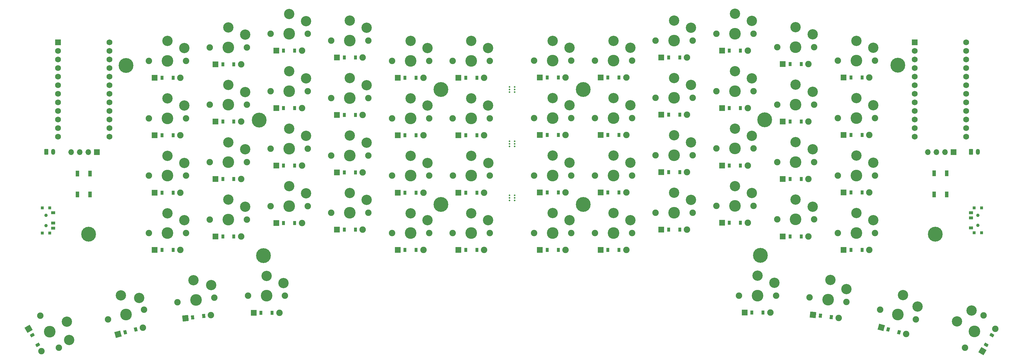
<source format=gbr>
%TF.GenerationSoftware,KiCad,Pcbnew,7.0.10*%
%TF.CreationDate,2024-02-10T22:50:59-05:00*%
%TF.ProjectId,blahajergo,626c6168-616a-4657-9267-6f2e6b696361,rev?*%
%TF.SameCoordinates,Original*%
%TF.FileFunction,Soldermask,Top*%
%TF.FilePolarity,Negative*%
%FSLAX46Y46*%
G04 Gerber Fmt 4.6, Leading zero omitted, Abs format (unit mm)*
G04 Created by KiCad (PCBNEW 7.0.10) date 2024-02-10 22:50:59*
%MOMM*%
%LPD*%
G01*
G04 APERTURE LIST*
G04 Aperture macros list*
%AMRoundRect*
0 Rectangle with rounded corners*
0 $1 Rounding radius*
0 $2 $3 $4 $5 $6 $7 $8 $9 X,Y pos of 4 corners*
0 Add a 4 corners polygon primitive as box body*
4,1,4,$2,$3,$4,$5,$6,$7,$8,$9,$2,$3,0*
0 Add four circle primitives for the rounded corners*
1,1,$1+$1,$2,$3*
1,1,$1+$1,$4,$5*
1,1,$1+$1,$6,$7*
1,1,$1+$1,$8,$9*
0 Add four rect primitives between the rounded corners*
20,1,$1+$1,$2,$3,$4,$5,0*
20,1,$1+$1,$4,$5,$6,$7,0*
20,1,$1+$1,$6,$7,$8,$9,0*
20,1,$1+$1,$8,$9,$2,$3,0*%
%AMRotRect*
0 Rectangle, with rotation*
0 The origin of the aperture is its center*
0 $1 length*
0 $2 width*
0 $3 Rotation angle, in degrees counterclockwise*
0 Add horizontal line*
21,1,$1,$2,0,0,$3*%
G04 Aperture macros list end*
%ADD10C,1.900000*%
%ADD11C,3.050000*%
%ADD12C,3.450000*%
%ADD13R,1.778000X1.778000*%
%ADD14R,0.900000X1.200000*%
%ADD15C,1.905000*%
%ADD16RoundRect,0.250000X-0.350000X-0.625000X0.350000X-0.625000X0.350000X0.625000X-0.350000X0.625000X0*%
%ADD17O,1.200000X1.750000*%
%ADD18R,1.700000X1.700000*%
%ADD19O,1.700000X1.700000*%
%ADD20R,1.752600X1.752600*%
%ADD21C,1.752600*%
%ADD22R,0.900000X0.900000*%
%ADD23C,1.000000*%
%ADD24R,1.250000X0.900000*%
%ADD25R,1.100000X1.800000*%
%ADD26RotRect,1.778000X1.778000X7.000000*%
%ADD27RotRect,0.900000X1.200000X7.000000*%
%ADD28RotRect,1.778000X1.778000X15.000000*%
%ADD29RotRect,0.900000X1.200000X15.000000*%
%ADD30RotRect,1.778000X1.778000X353.000000*%
%ADD31RotRect,0.900000X1.200000X353.000000*%
%ADD32C,0.700000*%
%ADD33C,4.400000*%
%ADD34C,0.500000*%
%ADD35RotRect,1.778000X1.778000X60.000000*%
%ADD36RotRect,0.900000X1.200000X60.000000*%
%ADD37RotRect,1.778000X1.778000X345.000000*%
%ADD38RotRect,0.900000X1.200000X345.000000*%
%ADD39RotRect,1.778000X1.778000X300.000000*%
%ADD40RotRect,0.900000X1.200000X300.000000*%
G04 APERTURE END LIST*
D10*
%TO.C,S47*%
X125153105Y-104686896D03*
D11*
X130653105Y-98786896D03*
D12*
X130653105Y-104686896D03*
D11*
X135653105Y-100886896D03*
D10*
X136153105Y-104686896D03*
%TD*%
D13*
%TO.C,D29*%
X198843105Y-113686896D03*
D14*
X201003105Y-113686896D03*
X204303105Y-113686896D03*
D15*
X206463105Y-113686896D03*
%TD*%
D13*
%TO.C,D8*%
X240946647Y-164643310D03*
D14*
X243106647Y-164643310D03*
X246406647Y-164643310D03*
D15*
X248566647Y-164643310D03*
%TD*%
D13*
%TO.C,D37*%
X162843105Y-107686896D03*
D14*
X165003105Y-107686896D03*
X168303105Y-107686896D03*
D15*
X170463105Y-107686896D03*
%TD*%
D13*
%TO.C,D45*%
X144843105Y-156686896D03*
D14*
X147003105Y-156686896D03*
X150303105Y-156686896D03*
D15*
X152463105Y-156686896D03*
%TD*%
D16*
%TO.C,J3*%
X76709532Y-135631213D03*
D17*
X78709532Y-135631213D03*
%TD*%
D10*
%TO.C,S31*%
X197159532Y-142681213D03*
D11*
X202659532Y-136781213D03*
D12*
X202659532Y-142681213D03*
D11*
X207659532Y-138881213D03*
D10*
X208159532Y-142681213D03*
%TD*%
%TO.C,S43*%
X143153105Y-117686896D03*
D11*
X148653105Y-111786896D03*
D12*
X148653105Y-117686896D03*
D11*
X153653105Y-113886896D03*
D10*
X154153105Y-117686896D03*
%TD*%
%TO.C,S1*%
X221256647Y-108643310D03*
D11*
X226756647Y-102743310D03*
D12*
X226756647Y-108643310D03*
D11*
X231756647Y-104843310D03*
D10*
X232256647Y-108643310D03*
%TD*%
%TO.C,S34*%
X179153105Y-125686896D03*
D11*
X184653105Y-119786896D03*
D12*
X184653105Y-125686896D03*
D11*
X189653105Y-121886896D03*
D10*
X190153105Y-125686896D03*
%TD*%
D13*
%TO.C,D1*%
X222946647Y-113643310D03*
D14*
X225106647Y-113643310D03*
X228406647Y-113643310D03*
D15*
X230566647Y-113643310D03*
%TD*%
D10*
%TO.C,S30*%
X197147050Y-125673862D03*
D11*
X202647050Y-119773862D03*
D12*
X202647050Y-125673862D03*
D11*
X207647050Y-121873862D03*
D10*
X208147050Y-125673862D03*
%TD*%
%TO.C,S42*%
X143153105Y-100686896D03*
D11*
X148653105Y-94786896D03*
D12*
X148653105Y-100686896D03*
D11*
X153653105Y-96886896D03*
D10*
X154153105Y-100686896D03*
%TD*%
D13*
%TO.C,D30*%
X198843105Y-130686896D03*
D14*
X201003105Y-130686896D03*
X204303105Y-130686896D03*
D15*
X206463105Y-130686896D03*
%TD*%
D18*
%TO.C,J4*%
X91678282Y-135719930D03*
D19*
X89138282Y-135719930D03*
X86598282Y-135719930D03*
X84058282Y-135719930D03*
%TD*%
D10*
%TO.C,S38*%
X161153105Y-119686896D03*
D11*
X166653105Y-113786896D03*
D12*
X166653105Y-119686896D03*
D11*
X171653105Y-115886896D03*
D10*
X172153105Y-119686896D03*
%TD*%
%TO.C,S39*%
X161153105Y-136686896D03*
D11*
X166653105Y-130786896D03*
D12*
X166653105Y-136686896D03*
D11*
X171653105Y-132886896D03*
D10*
X172153105Y-136686896D03*
%TD*%
D13*
%TO.C,D41*%
X138147760Y-183250322D03*
D14*
X140307760Y-183250322D03*
X143607760Y-183250322D03*
D15*
X145767760Y-183250322D03*
%TD*%
D10*
%TO.C,S46*%
X115615151Y-180122850D03*
D11*
X120355126Y-173596547D03*
D12*
X121074155Y-179452569D03*
D11*
X125573782Y-175071547D03*
D10*
X126533159Y-178782288D03*
%TD*%
%TO.C,S28*%
X348946561Y-193582853D03*
D11*
X346587011Y-185869713D03*
D12*
X351696561Y-188819713D03*
D11*
X350905664Y-182589586D03*
D10*
X354446561Y-184056573D03*
%TD*%
%TO.C,S33*%
X179153105Y-108686896D03*
D11*
X184653105Y-102786896D03*
D12*
X184653105Y-108686896D03*
D11*
X189653105Y-104886896D03*
D10*
X190153105Y-108686896D03*
%TD*%
D13*
%TO.C,D31*%
X198843105Y-147686896D03*
D14*
X201003105Y-147686896D03*
X204303105Y-147686896D03*
D15*
X206463105Y-147686896D03*
%TD*%
D10*
%TO.C,S22*%
X293256647Y-155643310D03*
D11*
X298756647Y-149743310D03*
D12*
X298756647Y-155643310D03*
D11*
X303756647Y-151843310D03*
D10*
X304256647Y-155643310D03*
%TD*%
%TO.C,S10*%
X257256647Y-119643310D03*
D11*
X262756647Y-113743310D03*
D12*
X262756647Y-119643310D03*
D11*
X267756647Y-115843310D03*
D10*
X268256647Y-119643310D03*
%TD*%
%TO.C,S23*%
X323744979Y-182348823D03*
D11*
X330584603Y-178073366D03*
D12*
X329057571Y-183772328D03*
D11*
X334870713Y-181395905D03*
D10*
X334370163Y-185195833D03*
%TD*%
%TO.C,S35*%
X179153105Y-142686896D03*
D11*
X184653105Y-136786896D03*
D12*
X184653105Y-142686896D03*
D11*
X189653105Y-138886896D03*
D10*
X190153105Y-142686896D03*
%TD*%
%TO.C,S15*%
X275256647Y-117643310D03*
D11*
X280756647Y-111743310D03*
D12*
X280756647Y-117643310D03*
D11*
X285756647Y-113843310D03*
D10*
X286256647Y-117643310D03*
%TD*%
D13*
%TO.C,D54*%
X108843105Y-147686896D03*
D14*
X111003105Y-147686896D03*
X114303105Y-147686896D03*
D15*
X116463105Y-147686896D03*
%TD*%
D13*
%TO.C,D17*%
X276946647Y-156643310D03*
D14*
X279106647Y-156643310D03*
X282406647Y-156643310D03*
D15*
X284566647Y-156643310D03*
%TD*%
D16*
%TO.C,J2*%
X350706647Y-135593310D03*
D17*
X352706647Y-135593310D03*
%TD*%
D10*
%TO.C,S2*%
X221256647Y-125643310D03*
D11*
X226756647Y-119743310D03*
D12*
X226756647Y-125643310D03*
D11*
X231756647Y-121843310D03*
D10*
X232256647Y-125643310D03*
%TD*%
D20*
%TO.C,U2*%
X80163282Y-103207964D03*
D21*
X80163282Y-105747964D03*
X80163282Y-108287964D03*
X80163282Y-110827964D03*
X80163282Y-113367964D03*
X80163282Y-115907964D03*
X80163282Y-118447964D03*
X80163282Y-120987964D03*
X80163282Y-123527964D03*
X80163282Y-126067964D03*
X80163282Y-128607964D03*
X80163282Y-131147964D03*
X95403282Y-131147964D03*
X95403282Y-128607964D03*
X95403282Y-126067964D03*
X95403282Y-123527964D03*
X95403282Y-120987964D03*
X95403282Y-118447964D03*
X95403282Y-115907964D03*
X95403282Y-113367964D03*
X95403282Y-110827964D03*
X95403282Y-108287964D03*
X95403282Y-105747964D03*
X95403282Y-103207964D03*
%TD*%
D13*
%TO.C,D4*%
X222946647Y-164643310D03*
D14*
X225106647Y-164643310D03*
X228406647Y-164643310D03*
D15*
X230566647Y-164643310D03*
%TD*%
D10*
%TO.C,S37*%
X161153105Y-102686896D03*
D11*
X166653105Y-96786896D03*
D12*
X166653105Y-102686896D03*
D11*
X171653105Y-98886896D03*
D10*
X172153105Y-102686896D03*
%TD*%
%TO.C,S29*%
X197153105Y-108686896D03*
D11*
X202653105Y-102786896D03*
D12*
X202653105Y-108686896D03*
D11*
X207653105Y-104886896D03*
D10*
X208153105Y-108686896D03*
%TD*%
D13*
%TO.C,D25*%
X312946647Y-130643310D03*
D14*
X315106647Y-130643310D03*
X318406647Y-130643310D03*
D15*
X320566647Y-130643310D03*
%TD*%
D22*
%TO.C,SW4*%
X75553105Y-159636896D03*
X77753105Y-159636896D03*
D23*
X76653105Y-157436896D03*
X76653105Y-154436896D03*
D22*
X75553105Y-152236896D03*
X77753105Y-152236896D03*
D24*
X78728105Y-153686896D03*
X78728105Y-156686896D03*
X78728105Y-158186896D03*
%TD*%
D13*
%TO.C,D19*%
X294946647Y-109643310D03*
D14*
X297106647Y-109643310D03*
X300406647Y-109643310D03*
D15*
X302566647Y-109643310D03*
%TD*%
D10*
%TO.C,S44*%
X143153105Y-134686896D03*
D11*
X148653105Y-128786896D03*
D12*
X148653105Y-134686896D03*
D11*
X153653105Y-130886896D03*
D10*
X154153105Y-134686896D03*
%TD*%
D25*
%TO.C,SW3*%
X85933282Y-148244930D03*
X85933282Y-142044930D03*
X89633282Y-148244930D03*
X89633282Y-142044930D03*
%TD*%
D26*
%TO.C,D46*%
X117939533Y-184879622D03*
D27*
X120083433Y-184616384D03*
X123358835Y-184214216D03*
D15*
X125502735Y-183950978D03*
%TD*%
D28*
%TO.C,D51*%
X97966100Y-189631644D03*
D29*
X100052499Y-189072594D03*
X103240055Y-188218492D03*
D15*
X105326454Y-187659442D03*
%TD*%
D10*
%TO.C,S24*%
X311256647Y-108643310D03*
D11*
X316756647Y-102743310D03*
D12*
X316756647Y-108643310D03*
D11*
X321756647Y-104843310D03*
D10*
X322256647Y-108643310D03*
%TD*%
D13*
%TO.C,D9*%
X258946647Y-107643310D03*
D14*
X261106647Y-107643310D03*
X264406647Y-107643310D03*
D15*
X266566647Y-107643310D03*
%TD*%
D10*
%TO.C,S49*%
X125153105Y-138686896D03*
D11*
X130653105Y-132786896D03*
D12*
X130653105Y-138686896D03*
D11*
X135653105Y-134886896D03*
D10*
X136153105Y-138686896D03*
%TD*%
%TO.C,S25*%
X311256647Y-125643310D03*
D11*
X316756647Y-119743310D03*
D12*
X316756647Y-125643310D03*
D11*
X321756647Y-121843310D03*
D10*
X322256647Y-125643310D03*
%TD*%
D30*
%TO.C,D18*%
X303907017Y-183907392D03*
D31*
X306050917Y-184170630D03*
X309326319Y-184572798D03*
D15*
X311470219Y-184836036D03*
%TD*%
D13*
%TO.C,D36*%
X180843105Y-164686896D03*
D14*
X183003105Y-164686896D03*
X186303105Y-164686896D03*
D15*
X188463105Y-164686896D03*
%TD*%
D10*
%TO.C,S48*%
X125153105Y-121686896D03*
D11*
X130653105Y-115786896D03*
D12*
X130653105Y-121686896D03*
D11*
X135653105Y-117886896D03*
D10*
X136153105Y-121686896D03*
%TD*%
D13*
%TO.C,D50*%
X126843105Y-160686896D03*
D14*
X129003105Y-160686896D03*
X132303105Y-160686896D03*
D15*
X134463105Y-160686896D03*
%TD*%
D10*
%TO.C,S8*%
X239256647Y-159643310D03*
D11*
X244756647Y-153743310D03*
D12*
X244756647Y-159643310D03*
D11*
X249756647Y-155843310D03*
D10*
X250256647Y-159643310D03*
%TD*%
D13*
%TO.C,D52*%
X108843105Y-113686896D03*
D14*
X111003105Y-113686896D03*
X114303105Y-113686896D03*
D15*
X116463105Y-113686896D03*
%TD*%
D13*
%TO.C,D39*%
X162843105Y-141686896D03*
D14*
X165003105Y-141686896D03*
X168303105Y-141686896D03*
D15*
X170463105Y-141686896D03*
%TD*%
D13*
%TO.C,D33*%
X180843105Y-113686896D03*
D14*
X183003105Y-113686896D03*
X186303105Y-113686896D03*
D15*
X188463105Y-113686896D03*
%TD*%
D10*
%TO.C,S53*%
X107153105Y-125686896D03*
D11*
X112653105Y-119786896D03*
D12*
X112653105Y-125686896D03*
D11*
X117653105Y-121886896D03*
D10*
X118153105Y-125686896D03*
%TD*%
D13*
%TO.C,D53*%
X108843105Y-130686896D03*
D14*
X111003105Y-130686896D03*
X114303105Y-130686896D03*
D15*
X116463105Y-130686896D03*
%TD*%
D10*
%TO.C,S51*%
X95039589Y-185239419D03*
D11*
X98825149Y-178116952D03*
D12*
X100352181Y-183815914D03*
D11*
X104198298Y-178851301D03*
D10*
X105664773Y-182392409D03*
%TD*%
%TO.C,S55*%
X107153105Y-159686896D03*
D11*
X112653105Y-153786896D03*
D12*
X112653105Y-159686896D03*
D11*
X117653105Y-155886896D03*
D10*
X118153105Y-159686896D03*
%TD*%
D13*
%TO.C,D24*%
X312946647Y-113643310D03*
D14*
X315106647Y-113643310D03*
X318406647Y-113643310D03*
D15*
X320566647Y-113643310D03*
%TD*%
D10*
%TO.C,S11*%
X257256647Y-136643310D03*
D11*
X262756647Y-130743310D03*
D12*
X262756647Y-136643310D03*
D11*
X267756647Y-132843310D03*
D10*
X268256647Y-136643310D03*
%TD*%
D13*
%TO.C,D48*%
X126843105Y-126686896D03*
D14*
X129003105Y-126686896D03*
X132303105Y-126686896D03*
D15*
X134463105Y-126686896D03*
%TD*%
D13*
%TO.C,D34*%
X180843105Y-130686896D03*
D14*
X183003105Y-130686896D03*
X186303105Y-130686896D03*
D15*
X188463105Y-130686896D03*
%TD*%
D13*
%TO.C,D43*%
X144843105Y-122686896D03*
D14*
X147003105Y-122686896D03*
X150303105Y-122686896D03*
D15*
X152463105Y-122686896D03*
%TD*%
D18*
%TO.C,J1*%
X345521470Y-135676344D03*
D19*
X342981470Y-135676344D03*
X340441470Y-135676344D03*
X337901470Y-135676344D03*
%TD*%
D10*
%TO.C,S16*%
X275256647Y-134643310D03*
D11*
X280756647Y-128743310D03*
D12*
X280756647Y-134643310D03*
D11*
X285756647Y-130843310D03*
D10*
X286256647Y-134643310D03*
%TD*%
D32*
%TO.C,_6*%
X338481647Y-159968310D03*
X338964921Y-158801584D03*
X338964921Y-161135036D03*
X340131647Y-158318310D03*
D33*
X340131647Y-159968310D03*
D32*
X340131647Y-161618310D03*
X341298373Y-158801584D03*
X341298373Y-161135036D03*
X341781647Y-159968310D03*
%TD*%
D13*
%TO.C,D47*%
X126843105Y-109686896D03*
D14*
X129003105Y-109686896D03*
X132303105Y-109686896D03*
D15*
X134463105Y-109686896D03*
%TD*%
D13*
%TO.C,D44*%
X144837050Y-139673862D03*
D14*
X146997050Y-139673862D03*
X150297050Y-139673862D03*
D15*
X152457050Y-139673862D03*
%TD*%
D13*
%TO.C,D27*%
X312946647Y-164643310D03*
D14*
X315106647Y-164643310D03*
X318406647Y-164643310D03*
D15*
X320566647Y-164643310D03*
%TD*%
D13*
%TO.C,D42*%
X144843105Y-105686896D03*
D14*
X147003105Y-105686896D03*
X150303105Y-105686896D03*
D15*
X152463105Y-105686896D03*
%TD*%
D13*
%TO.C,D7*%
X240946647Y-147643310D03*
D14*
X243106647Y-147643310D03*
X246406647Y-147643310D03*
D15*
X248566647Y-147643310D03*
%TD*%
D32*
%TO.C,_1*%
X234131647Y-151168310D03*
X234614921Y-150001584D03*
X234614921Y-152335036D03*
X235781647Y-149518310D03*
D33*
X235781647Y-151168310D03*
D32*
X235781647Y-152818310D03*
X236948373Y-150001584D03*
X236948373Y-152335036D03*
X237431647Y-151168310D03*
%TD*%
D10*
%TO.C,S21*%
X293256647Y-138643310D03*
D11*
X298756647Y-132743310D03*
D12*
X298756647Y-138643310D03*
D11*
X303756647Y-134843310D03*
D10*
X304256647Y-138643310D03*
%TD*%
D13*
%TO.C,D2*%
X222946647Y-130643310D03*
D14*
X225106647Y-130643310D03*
X228406647Y-130643310D03*
D15*
X230566647Y-130643310D03*
%TD*%
D13*
%TO.C,D16*%
X276946647Y-139643310D03*
D14*
X279106647Y-139643310D03*
X282406647Y-139643310D03*
D15*
X284566647Y-139643310D03*
%TD*%
D32*
%TO.C,_3*%
X287931647Y-126168310D03*
X288414921Y-125001584D03*
X288414921Y-127335036D03*
X289581647Y-124518310D03*
D33*
X289581647Y-126168310D03*
D32*
X289581647Y-127818310D03*
X290748373Y-125001584D03*
X290748373Y-127335036D03*
X291231647Y-126168310D03*
%TD*%
D10*
%TO.C,S5*%
X239256647Y-108643310D03*
D11*
X244756647Y-102743310D03*
D12*
X244756647Y-108643310D03*
D11*
X249756647Y-104843310D03*
D10*
X250256647Y-108643310D03*
%TD*%
D34*
%TO.C,mouse-bite-2mm-slot*%
X213956690Y-133993310D03*
X215456690Y-133993310D03*
X213956690Y-133243310D03*
X215456690Y-133243310D03*
X213956690Y-132493310D03*
X215456690Y-132493310D03*
%TD*%
D13*
%TO.C,D14*%
X276946647Y-105643310D03*
D14*
X279106647Y-105643310D03*
X282406647Y-105643310D03*
D15*
X284566647Y-105643310D03*
%TD*%
D22*
%TO.C,SW2*%
X353856647Y-152193310D03*
X351656647Y-152193310D03*
D23*
X352756647Y-154393310D03*
X352756647Y-157393310D03*
D22*
X353856647Y-159593310D03*
X351656647Y-159593310D03*
D24*
X350681647Y-158143310D03*
X350681647Y-155143310D03*
X350681647Y-153643310D03*
%TD*%
D13*
%TO.C,D15*%
X276946647Y-122643310D03*
D14*
X279106647Y-122643310D03*
X282406647Y-122643310D03*
D15*
X284566647Y-122643310D03*
%TD*%
D10*
%TO.C,S4*%
X221256647Y-159643310D03*
D11*
X226756647Y-153743310D03*
D12*
X226756647Y-159643310D03*
D11*
X231756647Y-155843310D03*
D10*
X232256647Y-159643310D03*
%TD*%
%TO.C,S50*%
X125153105Y-155686896D03*
D11*
X130653105Y-149786896D03*
D12*
X130653105Y-155686896D03*
D11*
X135653105Y-151886896D03*
D10*
X136153105Y-155686896D03*
%TD*%
%TO.C,S6*%
X239256647Y-125643310D03*
D11*
X244756647Y-119743310D03*
D12*
X244756647Y-125643310D03*
D11*
X249756647Y-121843310D03*
D10*
X250256647Y-125643310D03*
%TD*%
%TO.C,S20*%
X293256647Y-121643310D03*
D11*
X298756647Y-115743310D03*
D12*
X298756647Y-121643310D03*
D11*
X303756647Y-117843310D03*
D10*
X304256647Y-121643310D03*
%TD*%
%TO.C,S32*%
X197153105Y-159686896D03*
D11*
X202653105Y-153786896D03*
D12*
X202653105Y-159686896D03*
D11*
X207653105Y-155886896D03*
D10*
X208153105Y-159686896D03*
%TD*%
%TO.C,S26*%
X311256647Y-142643310D03*
D11*
X316756647Y-136743310D03*
D12*
X316756647Y-142643310D03*
D11*
X321756647Y-138843310D03*
D10*
X322256647Y-142643310D03*
%TD*%
D13*
%TO.C,D38*%
X162843105Y-124686896D03*
D14*
X165003105Y-124686896D03*
X168303105Y-124686896D03*
D15*
X170463105Y-124686896D03*
%TD*%
D35*
%TO.C,D28*%
X354121688Y-194619270D03*
D36*
X355201688Y-192748655D03*
X356851688Y-189890771D03*
D15*
X357931688Y-188020156D03*
%TD*%
D10*
%TO.C,S41*%
X136457760Y-178250322D03*
D11*
X141957760Y-172350322D03*
D12*
X141957760Y-178250322D03*
D11*
X146957760Y-174450322D03*
D10*
X147457760Y-178250322D03*
%TD*%
D13*
%TO.C,D32*%
X198843105Y-164686896D03*
D14*
X201003105Y-164686896D03*
X204303105Y-164686896D03*
D15*
X206463105Y-164686896D03*
%TD*%
D32*
%TO.C,_5*%
X327389921Y-109976584D03*
X327873195Y-108809858D03*
X327873195Y-111143310D03*
X329039921Y-108326584D03*
D33*
X329039921Y-109976584D03*
D32*
X329039921Y-111626584D03*
X330206647Y-108809858D03*
X330206647Y-111143310D03*
X330689921Y-109976584D03*
%TD*%
D13*
%TO.C,D10*%
X258946647Y-124643310D03*
D14*
X261106647Y-124643310D03*
X264406647Y-124643310D03*
D15*
X266566647Y-124643310D03*
%TD*%
D13*
%TO.C,D11*%
X258946647Y-141643310D03*
D14*
X261106647Y-141643310D03*
X264406647Y-141643310D03*
D15*
X266566647Y-141643310D03*
%TD*%
D34*
%TO.C,mouse-bite-2mm-slot*%
X213956690Y-149993310D03*
X215456690Y-149993310D03*
X213956690Y-149243310D03*
X215456690Y-149243310D03*
X213956690Y-148493310D03*
X215456690Y-148493310D03*
%TD*%
D10*
%TO.C,S17*%
X275256647Y-151643310D03*
D11*
X280756647Y-145743310D03*
D12*
X280756647Y-151643310D03*
D11*
X285756647Y-147843310D03*
D10*
X286256647Y-151643310D03*
%TD*%
%TO.C,S9*%
X257256647Y-102643310D03*
D11*
X262756647Y-96743310D03*
D12*
X262756647Y-102643310D03*
D11*
X267756647Y-98843310D03*
D10*
X268256647Y-102643310D03*
%TD*%
D13*
%TO.C,D13*%
X283641992Y-183206736D03*
D14*
X285801992Y-183206736D03*
X289101992Y-183206736D03*
D15*
X291261992Y-183206736D03*
%TD*%
D13*
%TO.C,D21*%
X294946647Y-143643310D03*
D14*
X297106647Y-143643310D03*
X300406647Y-143643310D03*
D15*
X302566647Y-143643310D03*
%TD*%
D20*
%TO.C,U1*%
X334006470Y-103164378D03*
D21*
X334006470Y-105704378D03*
X334006470Y-108244378D03*
X334006470Y-110784378D03*
X334006470Y-113324378D03*
X334006470Y-115864378D03*
X334006470Y-118404378D03*
X334006470Y-120944378D03*
X334006470Y-123484378D03*
X334006470Y-126024378D03*
X334006470Y-128564378D03*
X334006470Y-131104378D03*
X349246470Y-131104378D03*
X349246470Y-128564378D03*
X349246470Y-126024378D03*
X349246470Y-123484378D03*
X349246470Y-120944378D03*
X349246470Y-118404378D03*
X349246470Y-115864378D03*
X349246470Y-113324378D03*
X349246470Y-110784378D03*
X349246470Y-108244378D03*
X349246470Y-105704378D03*
X349246470Y-103164378D03*
%TD*%
D13*
%TO.C,D20*%
X294946647Y-126643310D03*
D14*
X297106647Y-126643310D03*
X300406647Y-126643310D03*
D15*
X302566647Y-126643310D03*
%TD*%
D10*
%TO.C,S12*%
X257256647Y-153643310D03*
D11*
X262756647Y-147743310D03*
D12*
X262756647Y-153643310D03*
D11*
X267756647Y-149843310D03*
D10*
X268256647Y-153643310D03*
%TD*%
D13*
%TO.C,D22*%
X294946647Y-160643310D03*
D14*
X297106647Y-160643310D03*
X300406647Y-160643310D03*
D15*
X302566647Y-160643310D03*
%TD*%
D13*
%TO.C,D6*%
X240946647Y-130643310D03*
D14*
X243106647Y-130643310D03*
X246406647Y-130643310D03*
D15*
X248566647Y-130643310D03*
%TD*%
D10*
%TO.C,S45*%
X143153105Y-151686896D03*
D11*
X148653105Y-145786896D03*
D12*
X148653105Y-151686896D03*
D11*
X153653105Y-147886896D03*
D10*
X154153105Y-151686896D03*
%TD*%
D13*
%TO.C,D26*%
X312946647Y-147643310D03*
D14*
X315106647Y-147643310D03*
X318406647Y-147643310D03*
D15*
X320566647Y-147643310D03*
%TD*%
D25*
%TO.C,SW1*%
X339776470Y-148201344D03*
X339776470Y-142001344D03*
X343476470Y-148201344D03*
X343476470Y-142001344D03*
%TD*%
D13*
%TO.C,D35*%
X180843105Y-147686896D03*
D14*
X183003105Y-147686896D03*
X186303105Y-147686896D03*
D15*
X188463105Y-147686896D03*
%TD*%
D10*
%TO.C,S56*%
X74963191Y-184100159D03*
D11*
X82822741Y-185913299D03*
D12*
X77713191Y-188863299D03*
D11*
X83504088Y-191293426D03*
D10*
X80463191Y-193626439D03*
%TD*%
D32*
%TO.C,_4*%
X286676470Y-166276344D03*
X287159744Y-165109618D03*
X287159744Y-167443070D03*
X288326470Y-164626344D03*
D33*
X288326470Y-166276344D03*
D32*
X288326470Y-167926344D03*
X289493196Y-165109618D03*
X289493196Y-167443070D03*
X289976470Y-166276344D03*
%TD*%
D13*
%TO.C,D3*%
X222946647Y-147643310D03*
D14*
X225106647Y-147643310D03*
X228406647Y-147643310D03*
D15*
X230566647Y-147643310D03*
%TD*%
D13*
%TO.C,D40*%
X162843105Y-158686896D03*
D14*
X165003105Y-158686896D03*
X168303105Y-158686896D03*
D15*
X170463105Y-158686896D03*
%TD*%
D10*
%TO.C,S13*%
X281951992Y-178206736D03*
D11*
X287451992Y-172306736D03*
D12*
X287451992Y-178206736D03*
D11*
X292451992Y-174406736D03*
D10*
X292951992Y-178206736D03*
%TD*%
%TO.C,S3*%
X221256647Y-142643310D03*
D11*
X226756647Y-136743310D03*
D12*
X226756647Y-142643310D03*
D11*
X231756647Y-138843310D03*
D10*
X232256647Y-142643310D03*
%TD*%
D13*
%TO.C,D12*%
X258946647Y-158643310D03*
D14*
X261106647Y-158643310D03*
X264406647Y-158643310D03*
D15*
X266566647Y-158643310D03*
%TD*%
D10*
%TO.C,S18*%
X302876593Y-178738702D03*
D11*
X309054626Y-173552961D03*
D12*
X308335597Y-179408983D03*
D11*
X313761431Y-176246654D03*
D10*
X313794601Y-180079264D03*
%TD*%
%TO.C,S36*%
X179153105Y-159686896D03*
D11*
X184653105Y-153786896D03*
D12*
X184653105Y-159686896D03*
D11*
X189653105Y-155886896D03*
D10*
X190153105Y-159686896D03*
%TD*%
%TO.C,S52*%
X107153105Y-108686896D03*
D11*
X112653105Y-102786896D03*
D12*
X112653105Y-108686896D03*
D11*
X117653105Y-104886896D03*
D10*
X118153105Y-108686896D03*
%TD*%
%TO.C,S7*%
X239256647Y-142643310D03*
D11*
X244756647Y-136743310D03*
D12*
X244756647Y-142643310D03*
D11*
X249756647Y-138843310D03*
D10*
X250256647Y-142643310D03*
%TD*%
%TO.C,S14*%
X275256647Y-100643310D03*
D11*
X280756647Y-94743310D03*
D12*
X280756647Y-100643310D03*
D11*
X285756647Y-96843310D03*
D10*
X286256647Y-100643310D03*
%TD*%
D37*
%TO.C,D23*%
X324083298Y-187615856D03*
D38*
X326169697Y-188174906D03*
X329357253Y-189029008D03*
D15*
X331443652Y-189588058D03*
%TD*%
D13*
%TO.C,D5*%
X240946647Y-113643310D03*
D14*
X243106647Y-113643310D03*
X246406647Y-113643310D03*
D15*
X248566647Y-113643310D03*
%TD*%
D10*
%TO.C,S54*%
X107153105Y-142686896D03*
D11*
X112653105Y-136786896D03*
D12*
X112653105Y-142686896D03*
D11*
X117653105Y-138886896D03*
D10*
X118153105Y-142686896D03*
%TD*%
D13*
%TO.C,D49*%
X126843105Y-143686896D03*
D14*
X129003105Y-143686896D03*
X132303105Y-143686896D03*
D15*
X134463105Y-143686896D03*
%TD*%
D39*
%TO.C,D56*%
X71478064Y-188063742D03*
D40*
X72558064Y-189934357D03*
X74208064Y-192792241D03*
D15*
X75288064Y-194662856D03*
%TD*%
D10*
%TO.C,S19*%
X293256647Y-104643310D03*
D11*
X298756647Y-98743310D03*
D12*
X298756647Y-104643310D03*
D11*
X303756647Y-100843310D03*
D10*
X304256647Y-104643310D03*
%TD*%
%TO.C,S27*%
X311256647Y-159643310D03*
D11*
X316756647Y-153743310D03*
D12*
X316756647Y-159643310D03*
D11*
X321756647Y-155843310D03*
D10*
X322256647Y-159643310D03*
%TD*%
D34*
%TO.C,mouse-bite-2mm-slot*%
X213956690Y-117943310D03*
X215456690Y-117943310D03*
X213956690Y-117193310D03*
X215456690Y-117193310D03*
X213956690Y-116443310D03*
X215456690Y-116443310D03*
%TD*%
D10*
%TO.C,S40*%
X161153105Y-153686896D03*
D11*
X166653105Y-147786896D03*
D12*
X166653105Y-153686896D03*
D11*
X171653105Y-149886896D03*
D10*
X172153105Y-153686896D03*
%TD*%
D13*
%TO.C,D55*%
X108843105Y-164686896D03*
D14*
X111003105Y-164686896D03*
X114303105Y-164686896D03*
D15*
X116463105Y-164686896D03*
%TD*%
D32*
%TO.C,_2*%
X234131647Y-117143310D03*
X234614921Y-115976584D03*
X234614921Y-118310036D03*
X235781647Y-115493310D03*
D33*
X235781647Y-117143310D03*
D32*
X235781647Y-118793310D03*
X236948373Y-115976584D03*
X236948373Y-118310036D03*
X237431647Y-117143310D03*
%TD*%
%TO.C,_6*%
X90922050Y-159998862D03*
X90438776Y-161165588D03*
X90438776Y-158832136D03*
X89272050Y-161648862D03*
D33*
X89272050Y-159998862D03*
D32*
X89272050Y-158348862D03*
X88105324Y-161165588D03*
X88105324Y-158832136D03*
X87622050Y-159998862D03*
%TD*%
%TO.C,_4*%
X142733282Y-166319930D03*
X142250008Y-167486656D03*
X142250008Y-165153204D03*
X141083282Y-167969930D03*
D33*
X141083282Y-166319930D03*
D32*
X141083282Y-164669930D03*
X139916556Y-167486656D03*
X139916556Y-165153204D03*
X139433282Y-166319930D03*
%TD*%
%TO.C,_5*%
X102019831Y-110020170D03*
X101536557Y-111186896D03*
X101536557Y-108853444D03*
X100369831Y-111670170D03*
D33*
X100369831Y-110020170D03*
D32*
X100369831Y-108370170D03*
X99203105Y-111186896D03*
X99203105Y-108853444D03*
X98719831Y-110020170D03*
%TD*%
%TO.C,_1*%
X195272050Y-151198862D03*
X194788776Y-152365588D03*
X194788776Y-150032136D03*
X193622050Y-152848862D03*
D33*
X193622050Y-151198862D03*
D32*
X193622050Y-149548862D03*
X192455324Y-152365588D03*
X192455324Y-150032136D03*
X191972050Y-151198862D03*
%TD*%
%TO.C,_3*%
X141478105Y-126211896D03*
X140994831Y-127378622D03*
X140994831Y-125045170D03*
X139828105Y-127861896D03*
D33*
X139828105Y-126211896D03*
D32*
X139828105Y-124561896D03*
X138661379Y-127378622D03*
X138661379Y-125045170D03*
X138178105Y-126211896D03*
%TD*%
%TO.C,_2*%
X195278105Y-117186896D03*
X194794831Y-118353622D03*
X194794831Y-116020170D03*
X193628105Y-118836896D03*
D33*
X193628105Y-117186896D03*
D32*
X193628105Y-115536896D03*
X192461379Y-118353622D03*
X192461379Y-116020170D03*
X191978105Y-117186896D03*
%TD*%
M02*

</source>
